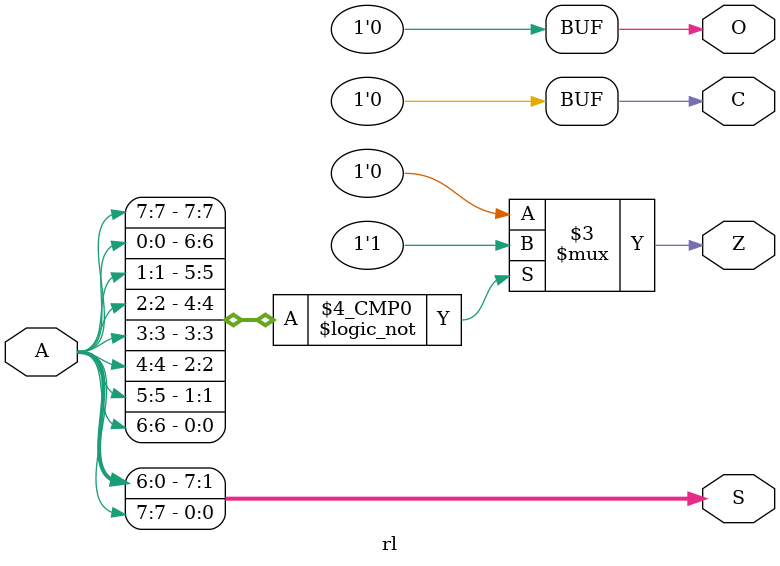
<source format=v>
module rl(A,S,Z,C,O);
input wire [7:0] A;
output reg [7:0] S;
output reg Z,C,O;

 always @(*)
 begin
S[7:1]=A[6:0];
S[0]=A[7];
C=0;
O=0;
case({S[0],S[1],S[2],S[3],S[4],S[5],S[6],S[7]})
8'b00000000: Z=1;
default : Z=0;
endcase



end
endmodule



</source>
